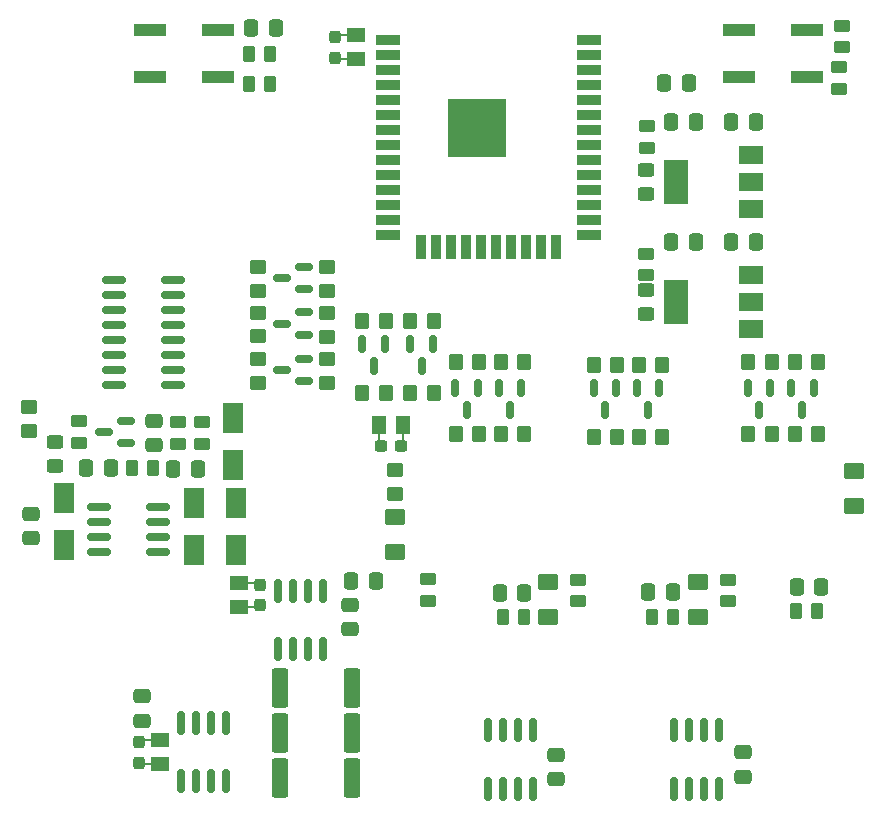
<source format=gbr>
%TF.GenerationSoftware,KiCad,Pcbnew,(6.0.7)*%
%TF.CreationDate,2022-12-27T00:24:06+11:00*%
%TF.ProjectId,esp32_esc,65737033-325f-4657-9363-2e6b69636164,rev?*%
%TF.SameCoordinates,Original*%
%TF.FileFunction,Paste,Top*%
%TF.FilePolarity,Positive*%
%FSLAX46Y46*%
G04 Gerber Fmt 4.6, Leading zero omitted, Abs format (unit mm)*
G04 Created by KiCad (PCBNEW (6.0.7)) date 2022-12-27 00:24:06*
%MOMM*%
%LPD*%
G01*
G04 APERTURE LIST*
G04 Aperture macros list*
%AMRoundRect*
0 Rectangle with rounded corners*
0 $1 Rounding radius*
0 $2 $3 $4 $5 $6 $7 $8 $9 X,Y pos of 4 corners*
0 Add a 4 corners polygon primitive as box body*
4,1,4,$2,$3,$4,$5,$6,$7,$8,$9,$2,$3,0*
0 Add four circle primitives for the rounded corners*
1,1,$1+$1,$2,$3*
1,1,$1+$1,$4,$5*
1,1,$1+$1,$6,$7*
1,1,$1+$1,$8,$9*
0 Add four rect primitives between the rounded corners*
20,1,$1+$1,$2,$3,$4,$5,0*
20,1,$1+$1,$4,$5,$6,$7,0*
20,1,$1+$1,$6,$7,$8,$9,0*
20,1,$1+$1,$8,$9,$2,$3,0*%
%AMFreePoly0*
4,1,13,0.587500,-0.725000,0.100000,-0.725000,0.100000,-2.000000,0.080902,-2.058779,0.030902,-2.095106,-0.030902,-2.095106,-0.080902,-2.058779,-0.100000,-2.000000,-0.100000,-0.725000,-0.587500,-0.725000,-0.587500,0.725000,0.587500,0.725000,0.587500,-0.725000,0.587500,-0.725000,$1*%
G04 Aperture macros list end*
%ADD10RoundRect,0.237500X0.237500X-0.300000X0.237500X0.300000X-0.237500X0.300000X-0.237500X-0.300000X0*%
%ADD11FreePoly0,90.000000*%
%ADD12RoundRect,0.250000X-0.450000X0.262500X-0.450000X-0.262500X0.450000X-0.262500X0.450000X0.262500X0*%
%ADD13RoundRect,0.249999X-0.450001X-1.425001X0.450001X-1.425001X0.450001X1.425001X-0.450001X1.425001X0*%
%ADD14RoundRect,0.250000X-0.475000X0.337500X-0.475000X-0.337500X0.475000X-0.337500X0.475000X0.337500X0*%
%ADD15RoundRect,0.250000X0.262500X0.450000X-0.262500X0.450000X-0.262500X-0.450000X0.262500X-0.450000X0*%
%ADD16RoundRect,0.250000X0.350000X0.450000X-0.350000X0.450000X-0.350000X-0.450000X0.350000X-0.450000X0*%
%ADD17RoundRect,0.250000X-0.337500X-0.475000X0.337500X-0.475000X0.337500X0.475000X-0.337500X0.475000X0*%
%ADD18RoundRect,0.250000X-0.450000X0.325000X-0.450000X-0.325000X0.450000X-0.325000X0.450000X0.325000X0*%
%ADD19RoundRect,0.250000X0.337500X0.475000X-0.337500X0.475000X-0.337500X-0.475000X0.337500X-0.475000X0*%
%ADD20RoundRect,0.250000X0.475000X-0.337500X0.475000X0.337500X-0.475000X0.337500X-0.475000X-0.337500X0*%
%ADD21RoundRect,0.250000X0.450000X-0.350000X0.450000X0.350000X-0.450000X0.350000X-0.450000X-0.350000X0*%
%ADD22RoundRect,0.150000X-0.150000X0.587500X-0.150000X-0.587500X0.150000X-0.587500X0.150000X0.587500X0*%
%ADD23R,1.800000X2.500000*%
%ADD24RoundRect,0.237500X-0.237500X0.300000X-0.237500X-0.300000X0.237500X-0.300000X0.237500X0.300000X0*%
%ADD25FreePoly0,270.000000*%
%ADD26RoundRect,0.150000X-0.825000X-0.150000X0.825000X-0.150000X0.825000X0.150000X-0.825000X0.150000X0*%
%ADD27RoundRect,0.250000X-0.262500X-0.450000X0.262500X-0.450000X0.262500X0.450000X-0.262500X0.450000X0*%
%ADD28R,2.000000X1.500000*%
%ADD29R,2.000000X3.800000*%
%ADD30RoundRect,0.250001X0.624999X-0.462499X0.624999X0.462499X-0.624999X0.462499X-0.624999X-0.462499X0*%
%ADD31RoundRect,0.150000X0.150000X-0.825000X0.150000X0.825000X-0.150000X0.825000X-0.150000X-0.825000X0*%
%ADD32RoundRect,0.150000X0.587500X0.150000X-0.587500X0.150000X-0.587500X-0.150000X0.587500X-0.150000X0*%
%ADD33RoundRect,0.250000X0.450000X-0.262500X0.450000X0.262500X-0.450000X0.262500X-0.450000X-0.262500X0*%
%ADD34R,2.750000X1.000000*%
%ADD35RoundRect,0.237500X-0.300000X-0.237500X0.300000X-0.237500X0.300000X0.237500X-0.300000X0.237500X0*%
%ADD36FreePoly0,0.000000*%
%ADD37R,2.000000X0.900000*%
%ADD38R,0.900000X2.000000*%
%ADD39R,5.000000X5.000000*%
G04 APERTURE END LIST*
D10*
%TO.C,C35*%
X61976000Y-85317500D03*
D11*
X60198000Y-85514000D03*
D10*
X61976000Y-83592500D03*
D11*
X60198000Y-83439000D03*
%TD*%
D12*
%TO.C,R23*%
X46605750Y-69751250D03*
X46605750Y-71576250D03*
%TD*%
D13*
%TO.C,R33*%
X63625000Y-99949000D03*
X69725000Y-99949000D03*
%TD*%
D14*
%TO.C,C12*%
X51943000Y-93069500D03*
X51943000Y-95144500D03*
%TD*%
D15*
%TO.C,R8*%
X84328000Y-86360000D03*
X82503000Y-86360000D03*
%TD*%
D16*
%TO.C,R60*%
X72609000Y-67402500D03*
X70609000Y-67402500D03*
%TD*%
D12*
%TO.C,R34*%
X94615000Y-55602500D03*
X94615000Y-57427500D03*
%TD*%
D17*
%TO.C,C41*%
X96162500Y-41148000D03*
X98237500Y-41148000D03*
%TD*%
D18*
%TO.C,5v-ON*%
X94615000Y-58665000D03*
X94615000Y-60715000D03*
%TD*%
D19*
%TO.C,C20*%
X96901000Y-84201000D03*
X94826000Y-84201000D03*
%TD*%
D17*
%TO.C,C42*%
X61192500Y-36449000D03*
X63267500Y-36449000D03*
%TD*%
D16*
%TO.C,R58*%
X76673000Y-67402500D03*
X74673000Y-67402500D03*
%TD*%
D18*
%TO.C,D8*%
X44573750Y-71503250D03*
X44573750Y-73553250D03*
%TD*%
D20*
%TO.C,C31*%
X52955750Y-71819750D03*
X52955750Y-69744750D03*
%TD*%
D21*
%TO.C,R56*%
X67647000Y-66516000D03*
X67647000Y-64516000D03*
%TD*%
D22*
%TO.C,Q20*%
X72512000Y-63246000D03*
X70612000Y-63246000D03*
X71562000Y-65121000D03*
%TD*%
D23*
%TO.C,D5*%
X56388000Y-76656250D03*
X56388000Y-80656250D03*
%TD*%
D16*
%TO.C,R7*%
X76657000Y-61306500D03*
X74657000Y-61306500D03*
%TD*%
D19*
%TO.C,C10*%
X84328000Y-84328000D03*
X82253000Y-84328000D03*
%TD*%
D24*
%TO.C,C6*%
X51691000Y-96949000D03*
D25*
X53469000Y-96752500D03*
D24*
X51691000Y-98674000D03*
D25*
X53469000Y-98827500D03*
%TD*%
D20*
%TO.C,C13*%
X86995000Y-100097500D03*
X86995000Y-98022500D03*
%TD*%
D16*
%TO.C,R43*%
X96012000Y-71120000D03*
X94012000Y-71120000D03*
%TD*%
D19*
%TO.C,C32*%
X109474000Y-83820000D03*
X107399000Y-83820000D03*
%TD*%
D12*
%TO.C,R28*%
X94742000Y-44807500D03*
X94742000Y-46632500D03*
%TD*%
D19*
%TO.C,C22*%
X56663500Y-73830250D03*
X54588500Y-73830250D03*
%TD*%
D22*
%TO.C,Q19*%
X76576000Y-63246000D03*
X74676000Y-63246000D03*
X75626000Y-65121000D03*
%TD*%
D26*
%TO.C,U6*%
X49595000Y-57785000D03*
X49595000Y-59055000D03*
X49595000Y-60325000D03*
X49595000Y-61595000D03*
X49595000Y-62865000D03*
X49595000Y-64135000D03*
X49595000Y-65405000D03*
X49595000Y-66675000D03*
X54545000Y-66675000D03*
X54545000Y-65405000D03*
X54545000Y-64135000D03*
X54545000Y-62865000D03*
X54545000Y-61595000D03*
X54545000Y-60325000D03*
X54545000Y-59055000D03*
X54545000Y-57785000D03*
%TD*%
D22*
%TO.C,Q11*%
X95750000Y-66963500D03*
X93850000Y-66963500D03*
X94800000Y-68838500D03*
%TD*%
D21*
%TO.C,R57*%
X61805000Y-66500000D03*
X61805000Y-64500000D03*
%TD*%
D27*
%TO.C,R36*%
X60977500Y-41180000D03*
X62802500Y-41180000D03*
%TD*%
D22*
%TO.C,Q13*%
X80383000Y-66963500D03*
X78483000Y-66963500D03*
X79433000Y-68838500D03*
%TD*%
D26*
%TO.C,U9*%
X48325000Y-77005250D03*
X48325000Y-78275250D03*
X48325000Y-79545250D03*
X48325000Y-80815250D03*
X53275000Y-80815250D03*
X53275000Y-79545250D03*
X53275000Y-78275250D03*
X53275000Y-77005250D03*
%TD*%
D28*
%TO.C,U10*%
X103480000Y-51830000D03*
D29*
X97180000Y-49530000D03*
D28*
X103480000Y-49530000D03*
X103480000Y-47230000D03*
%TD*%
D22*
%TO.C,Q10*%
X105152750Y-66963500D03*
X103252750Y-66963500D03*
X104202750Y-68838500D03*
%TD*%
D20*
%TO.C,C23*%
X42541750Y-79661750D03*
X42541750Y-77586750D03*
%TD*%
D30*
%TO.C,D3*%
X112268000Y-76925500D03*
X112268000Y-73950500D03*
%TD*%
D31*
%TO.C,U8*%
X97028000Y-100900000D03*
X98298000Y-100900000D03*
X99568000Y-100900000D03*
X100838000Y-100900000D03*
X100838000Y-95950000D03*
X99568000Y-95950000D03*
X98298000Y-95950000D03*
X97028000Y-95950000D03*
%TD*%
D21*
%TO.C,R53*%
X61793250Y-58704250D03*
X61793250Y-56704250D03*
%TD*%
D12*
%TO.C,R24*%
X57019750Y-69869750D03*
X57019750Y-71694750D03*
%TD*%
D28*
%TO.C,U12*%
X103480000Y-61990000D03*
D29*
X97180000Y-59690000D03*
D28*
X103480000Y-59690000D03*
X103480000Y-57390000D03*
%TD*%
D16*
%TO.C,R42*%
X95996000Y-65024000D03*
X93996000Y-65024000D03*
%TD*%
D19*
%TO.C,C11*%
X71755000Y-83312000D03*
X69680000Y-83312000D03*
%TD*%
D17*
%TO.C,C33*%
X101832500Y-54610000D03*
X103907500Y-54610000D03*
%TD*%
D16*
%TO.C,R59*%
X72593000Y-61306500D03*
X70593000Y-61306500D03*
%TD*%
D18*
%TO.C,3v3-ON*%
X94615000Y-48505000D03*
X94615000Y-50555000D03*
%TD*%
D22*
%TO.C,Q14*%
X84082000Y-66955500D03*
X82182000Y-66955500D03*
X83132000Y-68830500D03*
%TD*%
D16*
%TO.C,R47*%
X80518000Y-70866000D03*
X78518000Y-70866000D03*
%TD*%
D21*
%TO.C,R30*%
X42418000Y-70596000D03*
X42418000Y-68596000D03*
%TD*%
D23*
%TO.C,D9*%
X59690000Y-69512250D03*
X59690000Y-73512250D03*
%TD*%
D16*
%TO.C,R51*%
X92202000Y-71120000D03*
X90202000Y-71120000D03*
%TD*%
D31*
%TO.C,U5*%
X81280000Y-100900000D03*
X82550000Y-100900000D03*
X83820000Y-100900000D03*
X85090000Y-100900000D03*
X85090000Y-95950000D03*
X83820000Y-95950000D03*
X82550000Y-95950000D03*
X81280000Y-95950000D03*
%TD*%
D30*
%TO.C,D4*%
X73406000Y-80862500D03*
X73406000Y-77887500D03*
%TD*%
D16*
%TO.C,R48*%
X84328000Y-64778000D03*
X82328000Y-64778000D03*
%TD*%
D32*
%TO.C,Q7*%
X50591250Y-71613750D03*
X50591250Y-69713750D03*
X48716250Y-70663750D03*
%TD*%
D12*
%TO.C,R29*%
X101600000Y-83185000D03*
X101600000Y-85010000D03*
%TD*%
%TO.C,R10*%
X76200000Y-83161500D03*
X76200000Y-84986500D03*
%TD*%
D30*
%TO.C,D1*%
X86360000Y-86323500D03*
X86360000Y-83348500D03*
%TD*%
D31*
%TO.C,U13*%
X63500000Y-89089000D03*
X64770000Y-89089000D03*
X66040000Y-89089000D03*
X67310000Y-89089000D03*
X67310000Y-84139000D03*
X66040000Y-84139000D03*
X64770000Y-84139000D03*
X63500000Y-84139000D03*
%TD*%
D15*
%TO.C,R22*%
X52917250Y-73703250D03*
X51092250Y-73703250D03*
%TD*%
D14*
%TO.C,C40*%
X69596000Y-85322500D03*
X69596000Y-87397500D03*
%TD*%
D16*
%TO.C,R49*%
X84328000Y-70858000D03*
X82328000Y-70858000D03*
%TD*%
D33*
%TO.C,R37*%
X110998000Y-41632500D03*
X110998000Y-39807500D03*
%TD*%
D34*
%TO.C,SW2*%
X58420000Y-40640000D03*
X52660000Y-40640000D03*
X58420000Y-36640000D03*
X52660000Y-36640000D03*
%TD*%
D35*
%TO.C,C1*%
X72184000Y-71880000D03*
D36*
X71987500Y-70102000D03*
D35*
X73909000Y-71880000D03*
D36*
X74062500Y-70102000D03*
%TD*%
D24*
%TO.C,C2*%
X68328000Y-37259000D03*
D25*
X70106000Y-37062500D03*
D24*
X68328000Y-38984000D03*
D25*
X70106000Y-39137500D03*
%TD*%
D17*
%TO.C,C34*%
X96752500Y-44450000D03*
X98827500Y-44450000D03*
%TD*%
D16*
%TO.C,R45*%
X109204000Y-70866000D03*
X107204000Y-70866000D03*
%TD*%
D33*
%TO.C,R35*%
X111252000Y-38100000D03*
X111252000Y-36275000D03*
%TD*%
D23*
%TO.C,D6*%
X59944000Y-76656250D03*
X59944000Y-80656250D03*
%TD*%
D20*
%TO.C,C26*%
X102870000Y-99865000D03*
X102870000Y-97790000D03*
%TD*%
D22*
%TO.C,Q12*%
X108809750Y-66963500D03*
X106909750Y-66963500D03*
X107859750Y-68838500D03*
%TD*%
D15*
%TO.C,R38*%
X62802500Y-38640000D03*
X60977500Y-38640000D03*
%TD*%
D21*
%TO.C,R55*%
X61805000Y-62579000D03*
X61805000Y-60579000D03*
%TD*%
%TO.C,R54*%
X67647000Y-62595000D03*
X67647000Y-60595000D03*
%TD*%
D16*
%TO.C,R41*%
X105287750Y-70866000D03*
X103287750Y-70866000D03*
%TD*%
D17*
%TO.C,C38*%
X101832500Y-44450000D03*
X103907500Y-44450000D03*
%TD*%
D16*
%TO.C,R46*%
X80518000Y-64786000D03*
X78518000Y-64786000D03*
%TD*%
D22*
%TO.C,Q15*%
X92105000Y-66963500D03*
X90205000Y-66963500D03*
X91155000Y-68838500D03*
%TD*%
D37*
%TO.C,U2*%
X72780000Y-37465000D03*
X72780000Y-38735000D03*
X72780000Y-40005000D03*
X72780000Y-41275000D03*
X72780000Y-42545000D03*
X72780000Y-43815000D03*
X72780000Y-45085000D03*
X72780000Y-46355000D03*
X72780000Y-47625000D03*
X72780000Y-48895000D03*
X72780000Y-50165000D03*
X72780000Y-51435000D03*
X72780000Y-52705000D03*
X72780000Y-53975000D03*
D38*
X75565000Y-54975000D03*
X76835000Y-54975000D03*
X78105000Y-54975000D03*
X79375000Y-54975000D03*
X80645000Y-54975000D03*
X81915000Y-54975000D03*
X83185000Y-54975000D03*
X84455000Y-54975000D03*
X85725000Y-54975000D03*
X86995000Y-54975000D03*
D37*
X89780000Y-53975000D03*
X89780000Y-52705000D03*
X89780000Y-51435000D03*
X89780000Y-50165000D03*
X89780000Y-48895000D03*
X89780000Y-47625000D03*
X89780000Y-46355000D03*
X89780000Y-45085000D03*
X89780000Y-43815000D03*
X89780000Y-42545000D03*
X89780000Y-41275000D03*
X89780000Y-40005000D03*
X89780000Y-38735000D03*
X89780000Y-37465000D03*
D39*
X80280000Y-44965000D03*
%TD*%
D32*
%TO.C,Q17*%
X65707500Y-62444000D03*
X65707500Y-60544000D03*
X63832500Y-61494000D03*
%TD*%
D16*
%TO.C,R40*%
X105303750Y-64770000D03*
X103303750Y-64770000D03*
%TD*%
D15*
%TO.C,R26*%
X109116500Y-85852000D03*
X107291500Y-85852000D03*
%TD*%
D32*
%TO.C,Q18*%
X65707500Y-66365000D03*
X65707500Y-64465000D03*
X63832500Y-65415000D03*
%TD*%
D15*
%TO.C,R14*%
X96924500Y-86360000D03*
X95099500Y-86360000D03*
%TD*%
D17*
%TO.C,C29*%
X47222500Y-73703250D03*
X49297500Y-73703250D03*
%TD*%
D16*
%TO.C,R44*%
X109204000Y-64770000D03*
X107204000Y-64770000D03*
%TD*%
D31*
%TO.C,U4*%
X55245000Y-100265000D03*
X56515000Y-100265000D03*
X57785000Y-100265000D03*
X59055000Y-100265000D03*
X59055000Y-95315000D03*
X57785000Y-95315000D03*
X56515000Y-95315000D03*
X55245000Y-95315000D03*
%TD*%
D13*
%TO.C,R32*%
X63625000Y-96139000D03*
X69725000Y-96139000D03*
%TD*%
D16*
%TO.C,R50*%
X92186000Y-65024000D03*
X90186000Y-65024000D03*
%TD*%
D12*
%TO.C,R25*%
X54987750Y-69869750D03*
X54987750Y-71694750D03*
%TD*%
D30*
%TO.C,D2*%
X99060000Y-86323500D03*
X99060000Y-83348500D03*
%TD*%
D34*
%TO.C,SW1*%
X108290000Y-40635000D03*
X102530000Y-40635000D03*
X108290000Y-36635000D03*
X102530000Y-36635000D03*
%TD*%
D21*
%TO.C,R6*%
X73406000Y-75930000D03*
X73406000Y-73930000D03*
%TD*%
D32*
%TO.C,Q16*%
X65695750Y-58569250D03*
X65695750Y-56669250D03*
X63820750Y-57619250D03*
%TD*%
D23*
%TO.C,D7*%
X45335750Y-80232000D03*
X45335750Y-76232000D03*
%TD*%
D21*
%TO.C,R52*%
X67635250Y-58720250D03*
X67635250Y-56720250D03*
%TD*%
D17*
%TO.C,C39*%
X96752500Y-54610000D03*
X98827500Y-54610000D03*
%TD*%
D13*
%TO.C,R31*%
X63625000Y-92329000D03*
X69725000Y-92329000D03*
%TD*%
D12*
%TO.C,R19*%
X88900000Y-83185000D03*
X88900000Y-85010000D03*
%TD*%
M02*

</source>
